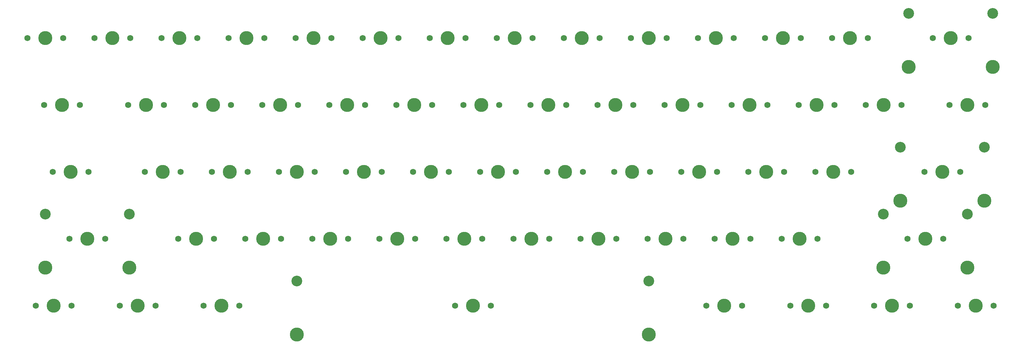
<source format=gbr>
%TF.GenerationSoftware,KiCad,Pcbnew,(6.0.5)*%
%TF.CreationDate,2023-04-01T18:57:01-04:00*%
%TF.ProjectId,paperweight 60,70617065-7277-4656-9967-68742036302e,rev?*%
%TF.SameCoordinates,Original*%
%TF.FileFunction,Soldermask,Top*%
%TF.FilePolarity,Negative*%
%FSLAX46Y46*%
G04 Gerber Fmt 4.6, Leading zero omitted, Abs format (unit mm)*
G04 Created by KiCad (PCBNEW (6.0.5)) date 2023-04-01 18:57:01*
%MOMM*%
%LPD*%
G01*
G04 APERTURE LIST*
%ADD10C,1.750000*%
%ADD11C,3.987800*%
%ADD12C,3.048000*%
G04 APERTURE END LIST*
D10*
%TO.C,MX61*%
X271145000Y-50800000D03*
D11*
X276225000Y-50800000D03*
D10*
X281305000Y-50800000D03*
%TD*%
%TO.C,MX60*%
X276542500Y-31750000D03*
D11*
X283400500Y-40005000D03*
X271462500Y-31750000D03*
D12*
X283400500Y-24765000D03*
D11*
X259524500Y-40005000D03*
D10*
X266382500Y-31750000D03*
D12*
X259524500Y-24765000D03*
%TD*%
%TO.C,MX59*%
X281019250Y-62865000D03*
D11*
X257143250Y-78105000D03*
D10*
X274161250Y-69850000D03*
D12*
X257143250Y-62865000D03*
D11*
X269081250Y-69850000D03*
D10*
X264001250Y-69850000D03*
D11*
X281019250Y-78105000D03*
%TD*%
D10*
%TO.C,MX58*%
X257492500Y-50800000D03*
X247332500Y-50800000D03*
D11*
X252412500Y-50800000D03*
%TD*%
D10*
%TO.C,MX57*%
X247967500Y-31750000D03*
X237807500Y-31750000D03*
D11*
X242887500Y-31750000D03*
%TD*%
D12*
%TO.C,MX56*%
X252380750Y-81915000D03*
D11*
X252380750Y-97155000D03*
D10*
X259238750Y-88900000D03*
D11*
X276256750Y-97155000D03*
D10*
X269398750Y-88900000D03*
D11*
X264318750Y-88900000D03*
D12*
X276256750Y-81915000D03*
%TD*%
D10*
%TO.C,MX55*%
X243205000Y-69850000D03*
X233045000Y-69850000D03*
D11*
X238125000Y-69850000D03*
%TD*%
D10*
%TO.C,MX54*%
X238442500Y-50800000D03*
X228282500Y-50800000D03*
D11*
X233362500Y-50800000D03*
%TD*%
D10*
%TO.C,MX53*%
X228917500Y-31750000D03*
X218757500Y-31750000D03*
D11*
X223837500Y-31750000D03*
%TD*%
D10*
%TO.C,MX52*%
X233680000Y-88900000D03*
X223520000Y-88900000D03*
D11*
X228600000Y-88900000D03*
%TD*%
D10*
%TO.C,MX51*%
X224155000Y-69850000D03*
X213995000Y-69850000D03*
D11*
X219075000Y-69850000D03*
%TD*%
D10*
%TO.C,MX50*%
X219392500Y-50800000D03*
X209232500Y-50800000D03*
D11*
X214312500Y-50800000D03*
%TD*%
D10*
%TO.C,MX49*%
X209867500Y-31750000D03*
X199707500Y-31750000D03*
D11*
X204787500Y-31750000D03*
%TD*%
D10*
%TO.C,MX48*%
X214630000Y-88900000D03*
X204470000Y-88900000D03*
D11*
X209550000Y-88900000D03*
%TD*%
D10*
%TO.C,MX47*%
X205105000Y-69850000D03*
X194945000Y-69850000D03*
D11*
X200025000Y-69850000D03*
%TD*%
D10*
%TO.C,MX46*%
X200342500Y-50800000D03*
X190182500Y-50800000D03*
D11*
X195262500Y-50800000D03*
%TD*%
D10*
%TO.C,MX45*%
X190817500Y-31750000D03*
X180657500Y-31750000D03*
D11*
X185737500Y-31750000D03*
%TD*%
D10*
%TO.C,MX44*%
X195580000Y-88900000D03*
X185420000Y-88900000D03*
D11*
X190500000Y-88900000D03*
%TD*%
D10*
%TO.C,MX43*%
X186055000Y-69850000D03*
X175895000Y-69850000D03*
D11*
X180975000Y-69850000D03*
%TD*%
D10*
%TO.C,MX42*%
X181292500Y-50800000D03*
X171132500Y-50800000D03*
D11*
X176212500Y-50800000D03*
%TD*%
D10*
%TO.C,MX41*%
X171767500Y-31750000D03*
X161607500Y-31750000D03*
D11*
X166687500Y-31750000D03*
%TD*%
D10*
%TO.C,MX40*%
X273526250Y-107950000D03*
X283686250Y-107950000D03*
D11*
X278606250Y-107950000D03*
%TD*%
D10*
%TO.C,MX39*%
X176530000Y-88900000D03*
X166370000Y-88900000D03*
D11*
X171450000Y-88900000D03*
%TD*%
D10*
%TO.C,MX38*%
X167005000Y-69850000D03*
X156845000Y-69850000D03*
D11*
X161925000Y-69850000D03*
%TD*%
D10*
%TO.C,MX37*%
X162242500Y-50800000D03*
X152082500Y-50800000D03*
D11*
X157162500Y-50800000D03*
%TD*%
D10*
%TO.C,MX36*%
X152717500Y-31750000D03*
X142557500Y-31750000D03*
D11*
X147637500Y-31750000D03*
%TD*%
D10*
%TO.C,MX35*%
X249713750Y-107950000D03*
X259873750Y-107950000D03*
D11*
X254793750Y-107950000D03*
%TD*%
D10*
%TO.C,MX34*%
X157480000Y-88900000D03*
X147320000Y-88900000D03*
D11*
X152400000Y-88900000D03*
%TD*%
D10*
%TO.C,MX33*%
X147955000Y-69850000D03*
X137795000Y-69850000D03*
D11*
X142875000Y-69850000D03*
%TD*%
D10*
%TO.C,MX32*%
X143192500Y-50800000D03*
X133032500Y-50800000D03*
D11*
X138112500Y-50800000D03*
%TD*%
D10*
%TO.C,MX31*%
X133667500Y-31750000D03*
X123507500Y-31750000D03*
D11*
X128587500Y-31750000D03*
%TD*%
D10*
%TO.C,MX30*%
X225901250Y-107950000D03*
X236061250Y-107950000D03*
D11*
X230981250Y-107950000D03*
%TD*%
D10*
%TO.C,MX29*%
X138430000Y-88900000D03*
X128270000Y-88900000D03*
D11*
X133350000Y-88900000D03*
%TD*%
D10*
%TO.C,MX28*%
X128905000Y-69850000D03*
X118745000Y-69850000D03*
D11*
X123825000Y-69850000D03*
%TD*%
D10*
%TO.C,MX27*%
X124142500Y-50800000D03*
X113982500Y-50800000D03*
D11*
X119062500Y-50800000D03*
%TD*%
D10*
%TO.C,MX26*%
X114617500Y-31750000D03*
X104457500Y-31750000D03*
D11*
X109537500Y-31750000D03*
%TD*%
D10*
%TO.C,MX25*%
X202088750Y-107950000D03*
X212248750Y-107950000D03*
D11*
X207168750Y-107950000D03*
%TD*%
D10*
%TO.C,MX24*%
X119380000Y-88900000D03*
X109220000Y-88900000D03*
D11*
X114300000Y-88900000D03*
%TD*%
D10*
%TO.C,MX23*%
X109855000Y-69850000D03*
X99695000Y-69850000D03*
D11*
X104775000Y-69850000D03*
%TD*%
D10*
%TO.C,MX22*%
X105092500Y-50800000D03*
X94932500Y-50800000D03*
D11*
X100012500Y-50800000D03*
%TD*%
D10*
%TO.C,MX21*%
X95567500Y-31750000D03*
X85407500Y-31750000D03*
D11*
X90487500Y-31750000D03*
%TD*%
D12*
%TO.C,MX20*%
X85731350Y-100965000D03*
D10*
X130651250Y-107950000D03*
D11*
X85731350Y-116205000D03*
D10*
X140811250Y-107950000D03*
D11*
X185731150Y-116205000D03*
D12*
X185731150Y-100965000D03*
D11*
X135731250Y-107950000D03*
%TD*%
D10*
%TO.C,MX19*%
X100330000Y-88900000D03*
X90170000Y-88900000D03*
D11*
X95250000Y-88900000D03*
%TD*%
D10*
%TO.C,MX18*%
X90805000Y-69850000D03*
X80645000Y-69850000D03*
D11*
X85725000Y-69850000D03*
%TD*%
D10*
%TO.C,MX17*%
X86042500Y-50800000D03*
X75882500Y-50800000D03*
D11*
X80962500Y-50800000D03*
%TD*%
D10*
%TO.C,MX16*%
X76517500Y-31750000D03*
X66357500Y-31750000D03*
D11*
X71437500Y-31750000D03*
%TD*%
D10*
%TO.C,MX15*%
X59213750Y-107950000D03*
X69373750Y-107950000D03*
D11*
X64293750Y-107950000D03*
%TD*%
D10*
%TO.C,MX14*%
X81280000Y-88900000D03*
X71120000Y-88900000D03*
D11*
X76200000Y-88900000D03*
%TD*%
D10*
%TO.C,MX13*%
X71755000Y-69850000D03*
X61595000Y-69850000D03*
D11*
X66675000Y-69850000D03*
%TD*%
D10*
%TO.C,MX12*%
X66992500Y-50800000D03*
X56832500Y-50800000D03*
D11*
X61912500Y-50800000D03*
%TD*%
D10*
%TO.C,MX11*%
X57467500Y-31750000D03*
X47307500Y-31750000D03*
D11*
X52387500Y-31750000D03*
%TD*%
D10*
%TO.C,MX10*%
X35401250Y-107950000D03*
X45561250Y-107950000D03*
D11*
X40481250Y-107950000D03*
%TD*%
D10*
%TO.C,MX9*%
X62230000Y-88900000D03*
X52070000Y-88900000D03*
D11*
X57150000Y-88900000D03*
%TD*%
D10*
%TO.C,MX8*%
X52705000Y-69850000D03*
X42545000Y-69850000D03*
D11*
X47625000Y-69850000D03*
%TD*%
D10*
%TO.C,MX7*%
X47942500Y-50800000D03*
X37782500Y-50800000D03*
D11*
X42862500Y-50800000D03*
%TD*%
D10*
%TO.C,MX6*%
X38417500Y-31750000D03*
X28257500Y-31750000D03*
D11*
X33337500Y-31750000D03*
%TD*%
D10*
%TO.C,MX5*%
X11588750Y-107950000D03*
X21748750Y-107950000D03*
D11*
X16668750Y-107950000D03*
%TD*%
D12*
%TO.C,MX4*%
X38131750Y-81915000D03*
D11*
X14255750Y-97155000D03*
D10*
X31273750Y-88900000D03*
D12*
X14255750Y-81915000D03*
D11*
X26193750Y-88900000D03*
D10*
X21113750Y-88900000D03*
D11*
X38131750Y-97155000D03*
%TD*%
D10*
%TO.C,MX3*%
X26511250Y-69850000D03*
X16351250Y-69850000D03*
D11*
X21431250Y-69850000D03*
%TD*%
D10*
%TO.C,MX2*%
X13970000Y-50800000D03*
D11*
X19050000Y-50800000D03*
D10*
X24130000Y-50800000D03*
%TD*%
%TO.C,MX1*%
X19367500Y-31750000D03*
X9207500Y-31750000D03*
D11*
X14287500Y-31750000D03*
%TD*%
M02*

</source>
